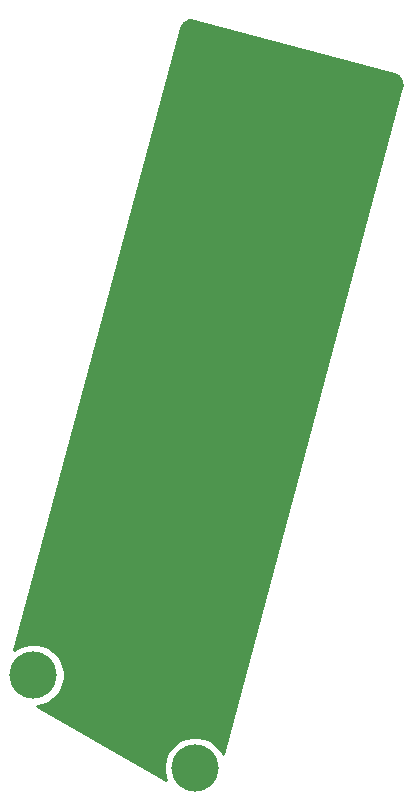
<source format=gbl>
G04 #@! TF.GenerationSoftware,KiCad,Pcbnew,(5.1.2)-1*
G04 #@! TF.CreationDate,2019-06-14T17:53:01+09:00*
G04 #@! TF.ProjectId,adelie,6164656c-6965-42e6-9b69-6361645f7063,rev?*
G04 #@! TF.SameCoordinates,Original*
G04 #@! TF.FileFunction,Copper,L2,Bot*
G04 #@! TF.FilePolarity,Positive*
%FSLAX46Y46*%
G04 Gerber Fmt 4.6, Leading zero omitted, Abs format (unit mm)*
G04 Created by KiCad (PCBNEW (5.1.2)-1) date 2019-06-14 17:53:01*
%MOMM*%
%LPD*%
G04 APERTURE LIST*
%ADD10C,4.000000*%
%ADD11C,0.254000*%
G04 APERTURE END LIST*
D10*
X214666040Y-137162540D03*
X200992825Y-129277968D03*
D11*
G36*
X214551174Y-73884158D02*
G01*
X231507746Y-78429100D01*
X231691222Y-78498099D01*
X231830264Y-78584341D01*
X231949904Y-78695944D01*
X232045590Y-78828664D01*
X232113675Y-78977439D01*
X232151565Y-79136605D01*
X232157819Y-79300102D01*
X232127398Y-79491965D01*
X217026925Y-135976634D01*
X217001147Y-135914399D01*
X216712778Y-135482825D01*
X216345755Y-135115802D01*
X215914181Y-134827433D01*
X215434641Y-134628801D01*
X214925565Y-134527540D01*
X214406515Y-134527540D01*
X213897439Y-134628801D01*
X213417899Y-134827433D01*
X212986325Y-135115802D01*
X212619302Y-135482825D01*
X212330933Y-135914399D01*
X212132301Y-136393939D01*
X212031040Y-136903015D01*
X212031040Y-137422065D01*
X212132301Y-137931141D01*
X212238655Y-138187903D01*
X201332749Y-131896976D01*
X201761426Y-131811707D01*
X202240966Y-131613075D01*
X202672540Y-131324706D01*
X203039563Y-130957683D01*
X203327932Y-130526109D01*
X203526564Y-130046569D01*
X203627825Y-129537493D01*
X203627825Y-129018443D01*
X203526564Y-128509367D01*
X203327932Y-128029827D01*
X203039563Y-127598253D01*
X202672540Y-127231230D01*
X202240966Y-126942861D01*
X201761426Y-126744229D01*
X201252350Y-126642968D01*
X200733300Y-126642968D01*
X200224224Y-126744229D01*
X199744684Y-126942861D01*
X199373386Y-127190955D01*
X213486967Y-74506114D01*
X213556015Y-74322067D01*
X213642323Y-74182672D01*
X213754057Y-74062702D01*
X213886969Y-73966717D01*
X214035997Y-73898374D01*
X214195452Y-73860282D01*
X214359274Y-73853886D01*
X214551174Y-73884158D01*
X214551174Y-73884158D01*
G37*
X214551174Y-73884158D02*
X231507746Y-78429100D01*
X231691222Y-78498099D01*
X231830264Y-78584341D01*
X231949904Y-78695944D01*
X232045590Y-78828664D01*
X232113675Y-78977439D01*
X232151565Y-79136605D01*
X232157819Y-79300102D01*
X232127398Y-79491965D01*
X217026925Y-135976634D01*
X217001147Y-135914399D01*
X216712778Y-135482825D01*
X216345755Y-135115802D01*
X215914181Y-134827433D01*
X215434641Y-134628801D01*
X214925565Y-134527540D01*
X214406515Y-134527540D01*
X213897439Y-134628801D01*
X213417899Y-134827433D01*
X212986325Y-135115802D01*
X212619302Y-135482825D01*
X212330933Y-135914399D01*
X212132301Y-136393939D01*
X212031040Y-136903015D01*
X212031040Y-137422065D01*
X212132301Y-137931141D01*
X212238655Y-138187903D01*
X201332749Y-131896976D01*
X201761426Y-131811707D01*
X202240966Y-131613075D01*
X202672540Y-131324706D01*
X203039563Y-130957683D01*
X203327932Y-130526109D01*
X203526564Y-130046569D01*
X203627825Y-129537493D01*
X203627825Y-129018443D01*
X203526564Y-128509367D01*
X203327932Y-128029827D01*
X203039563Y-127598253D01*
X202672540Y-127231230D01*
X202240966Y-126942861D01*
X201761426Y-126744229D01*
X201252350Y-126642968D01*
X200733300Y-126642968D01*
X200224224Y-126744229D01*
X199744684Y-126942861D01*
X199373386Y-127190955D01*
X213486967Y-74506114D01*
X213556015Y-74322067D01*
X213642323Y-74182672D01*
X213754057Y-74062702D01*
X213886969Y-73966717D01*
X214035997Y-73898374D01*
X214195452Y-73860282D01*
X214359274Y-73853886D01*
X214551174Y-73884158D01*
M02*

</source>
